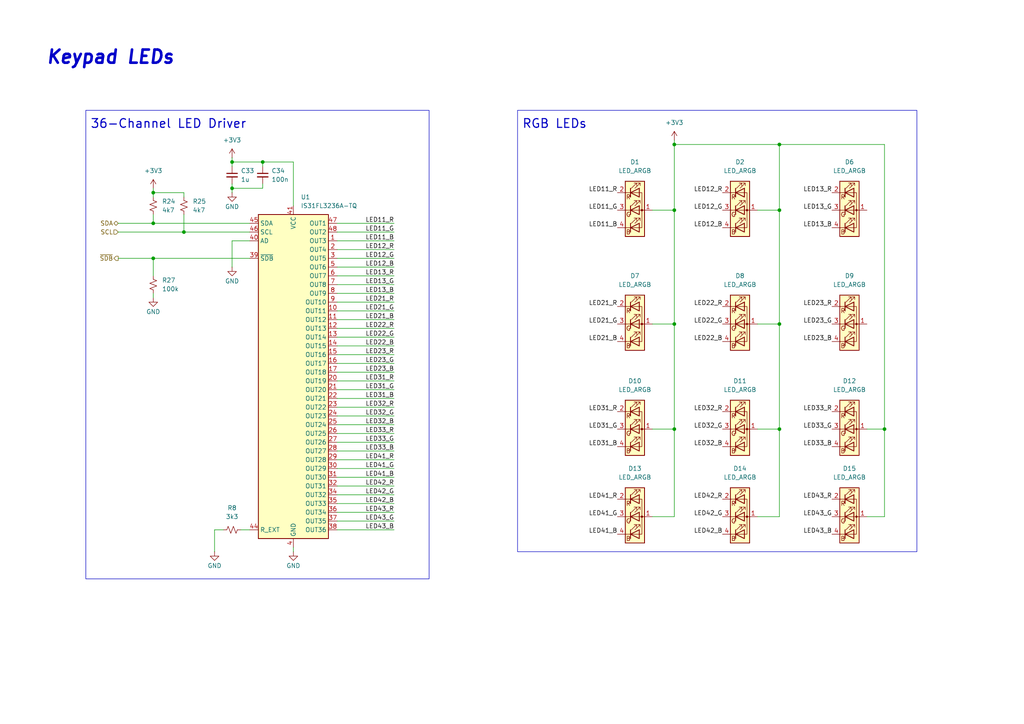
<source format=kicad_sch>
(kicad_sch (version 20250114) (generator "eeschema") (generator_version "9.0")
  (paper "A4")
  (title_block (title "Bluetooth Keypad and USB Hub") (date "2025-12-13") (rev "0") (company "B. Kuhn"))
  (lib_symbols
    (symbol "Device:C_Small" (pin_numbers (hide yes)) (pin_names (offset 0.254) (hide yes))
      (property "Reference" "C" (at 0.254 1.778 0))
      (property "Value" "C_Small" (at 0.254 -2.032 0))
      (symbol "C_Small_0_1"
        (polyline (pts (xy -1.524 0.508) (xy 1.524 0.508)) (stroke (width 0.3048)))
        (polyline (pts (xy -1.524 -0.508) (xy 1.524 -0.508)) (stroke (width 0.3302)))
      )
      (symbol "C_Small_1_1"
        (pin passive line (at 0 2.54 270) (length 2.032) (name "~") (number "1"))
        (pin passive line (at 0 -2.54 90) (length 2.032) (name "~") (number "2"))
      )
    )
    (symbol "Device:LED_ARGB" (pin_names (offset 0) (hide yes))
      (property "Reference" "D" (at 0 9.398 0))
      (property "Value" "LED_ARGB" (at 0 -8.89 0))
      (symbol "LED_ARGB_0_0"
        (text "R" (at -1.905 3.81 0) (effects (font (size 1.27 1.27))))
        (text "G" (at -1.905 -1.27 0) (effects (font (size 1.27 1.27))))
        (text "B" (at -1.905 -6.35 0) (effects (font (size 1.27 1.27))))
      )
      (symbol "LED_ARGB_0_1"
        (polyline (pts (xy -1.27 6.35) (xy -1.27 3.81)) (stroke (width 0.254)))
        (polyline (pts (xy -1.27 6.35) (xy -1.27 3.81) (xy -1.27 3.81)))
        (polyline (pts (xy -1.27 5.08) (xy -2.54 5.08)))
        (polyline (pts (xy -1.27 5.08) (xy 1.27 5.08)))
        (polyline (pts (xy -1.27 1.27) (xy -1.27 -1.27)) (stroke (width 0.254)))
        (polyline (pts (xy -1.27 1.27) (xy -1.27 -1.27) (xy -1.27 -1.27)))
        (polyline (pts (xy -1.27 0) (xy -2.54 0)))
        (polyline (pts (xy -1.27 -3.81) (xy -1.27 -6.35)) (stroke (width 0.254)))
        (polyline (pts (xy -1.27 -5.08) (xy -2.54 -5.08)))
        (polyline (pts (xy -1.27 -5.08) (xy 1.27 -5.08)))
        (polyline (pts (xy -1.016 6.35) (xy 0.508 7.874) (xy -0.254 7.874) (xy 0.508 7.874) (xy 0.508 7.112)))
        (polyline (pts (xy -1.016 1.27) (xy 0.508 2.794) (xy -0.254 2.794) (xy 0.508 2.794) (xy 0.508 2.032)))
        (polyline (pts (xy -1.016 -3.81) (xy 0.508 -2.286) (xy -0.254 -2.286) (xy 0.508 -2.286) (xy 0.508 -3.048)))
        (polyline (pts (xy 0 6.35) (xy 1.524 7.874) (xy 0.762 7.874) (xy 1.524 7.874) (xy 1.524 7.112)))
        (polyline (pts (xy 0 1.27) (xy 1.524 2.794) (xy 0.762 2.794) (xy 1.524 2.794) (xy 1.524 2.032)))
        (polyline (pts (xy 0 -3.81) (xy 1.524 -2.286) (xy 0.762 -2.286) (xy 1.524 -2.286) (xy 1.524 -3.048)))
        (polyline (pts (xy 1.27 6.35) (xy 1.27 3.81) (xy -1.27 5.08) (xy 1.27 6.35)) (stroke (width 0.254)))
        (rectangle (start 1.27 6.35) (end 1.27 6.35))
        (rectangle (start 1.27 3.81) (end 1.27 6.35))
        (polyline (pts (xy 1.27 1.27) (xy 1.27 -1.27) (xy -1.27 0) (xy 1.27 1.27)) (stroke (width 0.254)))
        (rectangle (start 1.27 1.27) (end 1.27 1.27))
        (polyline (pts (xy 1.27 0) (xy -1.27 0)))
        (polyline (pts (xy 1.27 0) (xy 2.54 0)))
        (rectangle (start 1.27 -1.27) (end 1.27 1.27))
        (polyline (pts (xy 1.27 -3.81) (xy 1.27 -6.35) (xy -1.27 -5.08) (xy 1.27 -3.81)) (stroke (width 0.254)))
        (polyline (pts (xy 1.27 -5.08) (xy 2.032 -5.08) (xy 2.032 5.08) (xy 1.27 5.08)))
        (circle (center 2.032 0) (radius 0.254) (fill (type outline)))
        (rectangle (start 2.794 8.382) (end -2.794 -7.62) (stroke (width 0.254)) (fill (type background)))
      )
      (symbol "LED_ARGB_1_1"
        (pin passive line (at -5.08 5.08 0) (length 2.54) (name "RK") (number "2"))
        (pin passive line (at -5.08 0 0) (length 2.54) (name "GK") (number "3"))
        (pin passive line (at -5.08 -5.08 0) (length 2.54) (name "BK") (number "4"))
        (pin passive line (at 5.08 0 180) (length 2.54) (name "A") (number "1"))
      )
    )
    (symbol "Device:R_Small_US" (pin_numbers (hide yes)) (pin_names (offset 0.254) (hide yes))
      (property "Reference" "R" (at 0.762 0.508 0))
      (property "Value" "R_Small_US" (at 0.762 -1.016 0))
      (symbol "R_Small_US_1_1"
        (polyline (pts (xy 0 1.524) (xy 1.016 1.143) (xy 0 0.762) (xy -1.016 0.381) (xy 0 0)))
        (polyline (pts (xy 0 0) (xy 1.016 -0.381) (xy 0 -0.762) (xy -1.016 -1.143) (xy 0 -1.524)))
        (pin passive line (at 0 2.54 270) (length 1.016) (name "~") (number "1"))
        (pin passive line (at 0 -2.54 90) (length 1.016) (name "~") (number "2"))
      )
    )
    (symbol "Driver_LED:IS31FL3236A-TQ"
      (property "Reference" "U" (at -8.89 46.99 0))
      (property "Value" "IS31FL3236A-TQ" (at 10.16 46.99 0))
      (symbol "IS31FL3236A-TQ_0_1"
        (rectangle (start -10.16 45.72) (end 10.16 -48.26) (stroke (width 0.254)) (fill (type background)))
      )
      (symbol "IS31FL3236A-TQ_1_1"
        (pin open_collector line (at -12.7 43.18 0) (length 2.54) (name "SDA") (number "45"))
        (pin input line (at -12.7 40.64 0) (length 2.54) (name "SCL") (number "46"))
        (pin input line (at -12.7 38.1 0) (length 2.54) (name "AD") (number "40"))
        (pin input line (at -12.7 33.02 0) (length 2.54) (name "~{SDB}") (number "39"))
        (pin passive line (at -12.7 -45.72 0) (length 2.54) (name "R_EXT") (number "44"))
        (pin power_in line (at 0 48.26 270) (length 2.54) (name "VCC") (number "41"))
        (pin passive line (at 0 -50.8 90) (length 2.54) (hide yes) (name "GND") (number "18"))
        (pin passive line (at 0 -50.8 90) (length 2.54) (hide yes) (name "GND") (number "19"))
        (pin passive line (at 0 -50.8 90) (length 2.54) (hide yes) (name "GND") (number "33"))
        (pin power_in line (at 0 -50.8 90) (length 2.54) (name "GND") (number "4"))
        (pin passive line (at 0 -50.8 90) (length 2.54) (hide yes) (name "GND") (number "42"))
        (pin passive line (at 0 -50.8 90) (length 2.54) (hide yes) (name "GND") (number "43"))
        (pin passive line (at 0 -50.8 90) (length 2.54) (hide yes) (name "GND") (number "49"))
        (pin output line (at 12.7 43.18 180) (length 2.54) (name "OUT1") (number "47"))
        (pin output line (at 12.7 40.64 180) (length 2.54) (name "OUT2") (number "48"))
        (pin output line (at 12.7 38.1 180) (length 2.54) (name "OUT3") (number "1"))
        (pin output line (at 12.7 35.56 180) (length 2.54) (name "OUT4") (number "2"))
        (pin output line (at 12.7 33.02 180) (length 2.54) (name "OUT5") (number "3"))
        (pin output line (at 12.7 30.48 180) (length 2.54) (name "OUT6") (number "5"))
        (pin output line (at 12.7 27.94 180) (length 2.54) (name "OUT7") (number "6"))
        (pin output line (at 12.7 25.4 180) (length 2.54) (name "OUT8") (number "7"))
        (pin output line (at 12.7 22.86 180) (length 2.54) (name "OUT9") (number "8"))
        (pin output line (at 12.7 20.32 180) (length 2.54) (name "OUT10") (number "9"))
        (pin output line (at 12.7 17.78 180) (length 2.54) (name "OUT11") (number "10"))
        (pin output line (at 12.7 15.24 180) (length 2.54) (name "OUT12") (number "11"))
        (pin output line (at 12.7 12.7 180) (length 2.54) (name "OUT13") (number "12"))
        (pin output line (at 12.7 10.16 180) (length 2.54) (name "OUT14") (number "13"))
        (pin output line (at 12.7 7.62 180) (length 2.54) (name "OUT15") (number "14"))
        (pin output line (at 12.7 5.08 180) (length 2.54) (name "OUT16") (number "15"))
        (pin output line (at 12.7 2.54 180) (length 2.54) (name "OUT17") (number "16"))
        (pin output line (at 12.7 0 180) (length 2.54) (name "OUT18") (number "17"))
        (pin output line (at 12.7 -2.54 180) (length 2.54) (name "OUT19") (number "20"))
        (pin output line (at 12.7 -5.08 180) (length 2.54) (name "OUT20") (number "21"))
        (pin output line (at 12.7 -7.62 180) (length 2.54) (name "OUT21") (number "22"))
        (pin output line (at 12.7 -10.16 180) (length 2.54) (name "OUT22") (number "23"))
        (pin output line (at 12.7 -12.7 180) (length 2.54) (name "OUT23") (number "24"))
        (pin output line (at 12.7 -15.24 180) (length 2.54) (name "OUT24") (number "25"))
        (pin output line (at 12.7 -17.78 180) (length 2.54) (name "OUT25") (number "26"))
        (pin output line (at 12.7 -20.32 180) (length 2.54) (name "OUT26") (number "27"))
        (pin output line (at 12.7 -22.86 180) (length 2.54) (name "OUT27") (number "28"))
        (pin output line (at 12.7 -25.4 180) (length 2.54) (name "OUT28") (number "29"))
        (pin output line (at 12.7 -27.94 180) (length 2.54) (name "OUT29") (number "30"))
        (pin output line (at 12.7 -30.48 180) (length 2.54) (name "OUT30") (number "31"))
        (pin output line (at 12.7 -33.02 180) (length 2.54) (name "OUT31") (number "32"))
        (pin output line (at 12.7 -35.56 180) (length 2.54) (name "OUT32") (number "34"))
        (pin output line (at 12.7 -38.1 180) (length 2.54) (name "OUT33") (number "35"))
        (pin output line (at 12.7 -40.64 180) (length 2.54) (name "OUT34") (number "36"))
        (pin output line (at 12.7 -43.18 180) (length 2.54) (name "OUT35") (number "37"))
        (pin output line (at 12.7 -45.72 180) (length 2.54) (name "OUT36") (number "38"))
      )
    )
    (symbol "power:+3V3" (power) (pin_numbers (hide yes)) (pin_names (offset 0) (hide yes))
      (property "Value" "+3V3" (at 0 3.556 0))
      (symbol "+3V3_0_1"
        (polyline (pts (xy -0.762 1.27) (xy 0 2.54)))
        (polyline (pts (xy 0 2.54) (xy 0.762 1.27)))
        (polyline (pts (xy 0 0) (xy 0 2.54)))
      )
      (symbol "+3V3_1_1"
        (pin power_in line (at 0 0 90) (length 0) (name "~") (number "1"))
      )
    )
    (symbol "power:GND" (power) (pin_numbers (hide yes)) (pin_names (offset 0) (hide yes))
      (property "Value" "GND" (at 0 -3.81 0))
      (symbol "GND_0_1"
        (polyline (pts (xy 0 0) (xy 0 -1.27) (xy 1.27 -1.27) (xy 0 -2.54) (xy -1.27 -1.27) (xy 0 -1.27)))
      )
      (symbol "GND_1_1"
        (pin power_in line (at 0 0 270) (length 0) (name "~") (number "1"))
      )
    )
  )
  (rectangle (start 24.892 32.004) (end 124.46 167.894))
  (rectangle (start 150.114 32.004) (end 265.938 160.02))
  (text "Keypad LEDs" (at 13.208 14.478 0) (effects (font (size 3.81 3.81) (thickness 0.762) (bold yes) (italic yes)) (justify left top)))
  (text "RGB LEDs" (at 151.384 34.544 0) (effects (font (size 2.54 2.54) (thickness 0.3175)) (justify left top)))
  (text "36-Channel LED Driver" (at 26.162 34.544 0) (effects (font (size 2.54 2.54) (thickness 0.3175)) (justify left top)))
  (junction (at 256.54 124.46))
  (junction (at 195.58 60.96))
  (junction (at 67.31 54.61))
  (junction (at 195.58 41.91))
  (junction (at 226.06 60.96))
  (junction (at 44.45 64.77))
  (junction (at 44.45 74.93))
  (junction (at 226.06 93.98))
  (junction (at 76.2 46.99))
  (junction (at 195.58 93.98))
  (junction (at 44.45 55.88))
  (junction (at 226.06 124.46))
  (junction (at 195.58 124.46))
  (junction (at 226.06 41.91))
  (junction (at 67.31 46.99))
  (junction (at 53.34 67.31))
  (wire (pts (xy 226.06 93.98) (xy 226.06 60.96)))
  (wire (pts (xy 97.79 130.81) (xy 114.3 130.81)))
  (wire (pts (xy 226.06 124.46) (xy 226.06 93.98)))
  (wire (pts (xy 44.45 74.93) (xy 72.39 74.93)))
  (wire (pts (xy 97.79 85.09) (xy 114.3 85.09)))
  (wire (pts (xy 97.79 148.59) (xy 114.3 148.59)))
  (wire (pts (xy 44.45 74.93) (xy 44.45 80.01)))
  (wire (pts (xy 44.45 62.23) (xy 44.45 64.77)))
  (wire (pts (xy 53.34 55.88) (xy 53.34 57.15)))
  (wire (pts (xy 97.79 115.57) (xy 114.3 115.57)))
  (wire (pts (xy 97.79 123.19) (xy 114.3 123.19)))
  (wire (pts (xy 97.79 135.89) (xy 114.3 135.89)))
  (wire (pts (xy 76.2 54.61) (xy 67.31 54.61)))
  (wire (pts (xy 219.71 124.46) (xy 226.06 124.46)))
  (wire (pts (xy 189.23 93.98) (xy 195.58 93.98)))
  (wire (pts (xy 85.09 46.99) (xy 76.2 46.99)))
  (wire (pts (xy 256.54 41.91) (xy 256.54 124.46)))
  (wire (pts (xy 34.29 64.77) (xy 44.45 64.77)))
  (wire (pts (xy 44.45 55.88) (xy 44.45 54.61)))
  (wire (pts (xy 97.79 90.17) (xy 114.3 90.17)))
  (wire (pts (xy 97.79 146.05) (xy 114.3 146.05)))
  (wire (pts (xy 67.31 53.34) (xy 67.31 54.61)))
  (wire (pts (xy 189.23 124.46) (xy 195.58 124.46)))
  (wire (pts (xy 97.79 120.65) (xy 114.3 120.65)))
  (wire (pts (xy 97.79 113.03) (xy 114.3 113.03)))
  (wire (pts (xy 85.09 59.69) (xy 85.09 46.99)))
  (wire (pts (xy 34.29 67.31) (xy 53.34 67.31)))
  (wire (pts (xy 69.85 153.67) (xy 72.39 153.67)))
  (wire (pts (xy 195.58 40.64) (xy 195.58 41.91)))
  (wire (pts (xy 67.31 45.72) (xy 67.31 46.99)))
  (wire (pts (xy 67.31 69.85) (xy 67.31 77.47)))
  (wire (pts (xy 97.79 95.25) (xy 114.3 95.25)))
  (wire (pts (xy 97.79 118.11) (xy 114.3 118.11)))
  (wire (pts (xy 189.23 149.86) (xy 195.58 149.86)))
  (wire (pts (xy 97.79 77.47) (xy 114.3 77.47)))
  (wire (pts (xy 97.79 110.49) (xy 114.3 110.49)))
  (wire (pts (xy 256.54 124.46) (xy 256.54 149.86)))
  (wire (pts (xy 97.79 74.93) (xy 114.3 74.93)))
  (wire (pts (xy 97.79 133.35) (xy 114.3 133.35)))
  (wire (pts (xy 97.79 102.87) (xy 114.3 102.87)))
  (wire (pts (xy 97.79 100.33) (xy 114.3 100.33)))
  (wire (pts (xy 97.79 105.41) (xy 114.3 105.41)))
  (wire (pts (xy 97.79 67.31) (xy 114.3 67.31)))
  (wire (pts (xy 97.79 153.67) (xy 114.3 153.67)))
  (wire (pts (xy 97.79 97.79) (xy 114.3 97.79)))
  (wire (pts (xy 97.79 125.73) (xy 114.3 125.73)))
  (wire (pts (xy 251.46 124.46) (xy 256.54 124.46)))
  (wire (pts (xy 97.79 107.95) (xy 114.3 107.95)))
  (wire (pts (xy 44.45 64.77) (xy 72.39 64.77)))
  (wire (pts (xy 195.58 60.96) (xy 195.58 41.91)))
  (wire (pts (xy 226.06 149.86) (xy 226.06 124.46)))
  (wire (pts (xy 97.79 151.13) (xy 114.3 151.13)))
  (wire (pts (xy 97.79 87.63) (xy 114.3 87.63)))
  (wire (pts (xy 76.2 46.99) (xy 67.31 46.99)))
  (wire (pts (xy 85.09 158.75) (xy 85.09 160.02)))
  (wire (pts (xy 62.23 153.67) (xy 64.77 153.67)))
  (wire (pts (xy 219.71 60.96) (xy 226.06 60.96)))
  (wire (pts (xy 226.06 60.96) (xy 226.06 41.91)))
  (wire (pts (xy 189.23 60.96) (xy 195.58 60.96)))
  (wire (pts (xy 97.79 92.71) (xy 114.3 92.71)))
  (wire (pts (xy 34.29 74.93) (xy 44.45 74.93)))
  (wire (pts (xy 97.79 72.39) (xy 114.3 72.39)))
  (wire (pts (xy 256.54 149.86) (xy 251.46 149.86)))
  (wire (pts (xy 195.58 41.91) (xy 226.06 41.91)))
  (wire (pts (xy 67.31 69.85) (xy 72.39 69.85)))
  (wire (pts (xy 195.58 93.98) (xy 195.58 60.96)))
  (wire (pts (xy 62.23 160.02) (xy 62.23 153.67)))
  (wire (pts (xy 76.2 46.99) (xy 76.2 48.26)))
  (wire (pts (xy 44.45 85.09) (xy 44.45 86.36)))
  (wire (pts (xy 97.79 140.97) (xy 114.3 140.97)))
  (wire (pts (xy 53.34 62.23) (xy 53.34 67.31)))
  (wire (pts (xy 53.34 55.88) (xy 44.45 55.88)))
  (wire (pts (xy 97.79 82.55) (xy 114.3 82.55)))
  (wire (pts (xy 226.06 41.91) (xy 256.54 41.91)))
  (wire (pts (xy 97.79 128.27) (xy 114.3 128.27)))
  (wire (pts (xy 97.79 80.01) (xy 114.3 80.01)))
  (wire (pts (xy 97.79 138.43) (xy 114.3 138.43)))
  (wire (pts (xy 67.31 46.99) (xy 67.31 48.26)))
  (wire (pts (xy 97.79 69.85) (xy 114.3 69.85)))
  (wire (pts (xy 76.2 53.34) (xy 76.2 54.61)))
  (wire (pts (xy 195.58 124.46) (xy 195.58 93.98)))
  (wire (pts (xy 44.45 55.88) (xy 44.45 57.15)))
  (wire (pts (xy 67.31 54.61) (xy 67.31 55.88)))
  (wire (pts (xy 97.79 64.77) (xy 114.3 64.77)))
  (wire (pts (xy 195.58 149.86) (xy 195.58 124.46)))
  (wire (pts (xy 219.71 149.86) (xy 226.06 149.86)))
  (wire (pts (xy 53.34 67.31) (xy 72.39 67.31)))
  (wire (pts (xy 97.79 143.51) (xy 114.3 143.51)))
  (wire (pts (xy 219.71 93.98) (xy 226.06 93.98)))
  (label "LED41_R" (at 179.07 144.78 180))
  (label "LED33_G" (at 241.3 124.46 180))
  (label "LED22_B" (at 114.3 100.33 180))
  (label "LED13_G" (at 241.3 60.96 180))
  (label "LED31_G" (at 114.3 113.03 180))
  (label "LED23_G" (at 114.3 105.41 180))
  (label "LED33_R" (at 241.3 119.38 180))
  (label "LED23_B" (at 114.3 107.95 180))
  (label "LED21_G" (at 179.07 93.98 180))
  (label "LED33_B" (at 114.3 130.81 180))
  (label "LED41_B" (at 114.3 138.43 180))
  (label "LED42_R" (at 114.3 140.97 180))
  (label "LED21_B" (at 114.3 92.71 180))
  (label "LED21_R" (at 179.07 88.9 180))
  (label "LED31_B" (at 179.07 129.54 180))
  (label "LED21_B" (at 179.07 99.06 180))
  (label "LED22_G" (at 114.3 97.79 180))
  (label "LED43_G" (at 114.3 151.13 180))
  (label "LED32_G" (at 114.3 120.65 180))
  (label "LED42_G" (at 209.55 149.86 180))
  (label "LED43_R" (at 114.3 148.59 180))
  (label "LED11_G" (at 179.07 60.96 180))
  (label "LED33_R" (at 114.3 125.73 180))
  (label "LED21_G" (at 114.3 90.17 180))
  (label "LED41_B" (at 179.07 154.94 180))
  (label "LED23_R" (at 241.3 88.9 180))
  (label "LED12_R" (at 209.55 55.88 180))
  (label "LED23_G" (at 241.3 93.98 180))
  (label "LED43_B" (at 241.3 154.94 180))
  (label "LED12_G" (at 114.3 74.93 180))
  (label "LED11_G" (at 114.3 67.31 180))
  (label "LED11_R" (at 114.3 64.77 180))
  (label "LED12_R" (at 114.3 72.39 180))
  (label "LED21_R" (at 114.3 87.63 180))
  (label "LED33_B" (at 241.3 129.54 180))
  (label "LED31_R" (at 114.3 110.49 180))
  (label "LED41_R" (at 114.3 133.35 180))
  (label "LED13_G" (at 114.3 82.55 180))
  (label "LED32_G" (at 209.55 124.46 180))
  (label "LED12_B" (at 209.55 66.04 180))
  (label "LED41_G" (at 114.3 135.89 180))
  (label "LED42_R" (at 209.55 144.78 180))
  (label "LED13_R" (at 241.3 55.88 180))
  (label "LED12_B" (at 114.3 77.47 180))
  (label "LED13_B" (at 241.3 66.04 180))
  (label "LED22_B" (at 209.55 99.06 180))
  (label "LED13_R" (at 114.3 80.01 180))
  (label "LED43_B" (at 114.3 153.67 180))
  (label "LED32_R" (at 209.55 119.38 180))
  (label "LED13_B" (at 114.3 85.09 180))
  (label "LED12_G" (at 209.55 60.96 180))
  (label "LED22_R" (at 114.3 95.25 180))
  (label "LED43_R" (at 241.3 144.78 180))
  (label "LED11_B" (at 179.07 66.04 180))
  (label "LED22_R" (at 209.55 88.9 180))
  (label "LED42_B" (at 114.3 146.05 180))
  (label "LED23_R" (at 114.3 102.87 180))
  (label "LED42_G" (at 114.3 143.51 180))
  (label "LED42_B" (at 209.55 154.94 180))
  (label "LED11_R" (at 179.07 55.88 180))
  (label "LED31_R" (at 179.07 119.38 180))
  (label "LED32_B" (at 209.55 129.54 180))
  (label "LED32_B" (at 114.3 123.19 180))
  (label "LED31_G" (at 179.07 124.46 180))
  (label "LED32_R" (at 114.3 118.11 180))
  (label "LED41_G" (at 179.07 149.86 180))
  (label "LED23_B" (at 241.3 99.06 180))
  (label "LED22_G" (at 209.55 93.98 180))
  (label "LED11_B" (at 114.3 69.85 180))
  (label "LED33_G" (at 114.3 128.27 180))
  (label "LED31_B" (at 114.3 115.57 180))
  (label "LED43_G" (at 241.3 149.86 180))
  (hierarchical_label "SCL" (shape input) (at 34.29 67.31 180))
  (hierarchical_label "SDA" (shape bidirectional) (at 34.29 64.77 180))
  (hierarchical_label "~{SDB}" (shape output) (at 34.29 74.93 180))
  (symbol (lib_id "power:+3V3") (at 195.58 40.64 0) (unit 1)
    (property "Reference" "#PWR025" (effects (hide yes)))
    (property "Value" "+3V3" (at 195.58 35.56 0))
    (property "Description" "Power symbol creates a global label with name \"+3V3\"" (effects (hide yes)))
  )
  (symbol (lib_id "power:GND") (at 44.45 86.36 0) (unit 1)
    (property "Reference" "#PWR060" (effects (hide yes)))
    (property "Value" "GND" (at 44.45 90.424 0))
    (property "Description" "Power symbol creates a global label with name \"GND\" , ground" (effects (hide yes)))
  )
  (symbol (lib_id "Device:C_Small") (at 67.31 50.8 0) (unit 1)
    (property "Reference" "C33" (at 69.85 49.5362 0) (effects (justify left)))
    (property "Value" "1u" (at 69.85 52.0762 0) (effects (justify left)))
    (property "Description" "Unpolarized capacitor, small symbol" (effects (hide yes)))
  )
  (symbol (lib_id "Device:LED_ARGB") (at 246.38 149.86 0) (unit 1)
    (property "Reference" "D15" (at 246.38 135.89 0))
    (property "Value" "LED_ARGB" (at 246.38 138.43 0))
    (property "Description" "RGB LED, anode/red/green/blue" (effects (hide yes)))
  )
  (symbol (lib_id "Device:LED_ARGB") (at 184.15 124.46 0) (unit 1)
    (property "Reference" "D10" (at 184.15 110.49 0))
    (property "Value" "LED_ARGB" (at 184.15 113.03 0))
    (property "Description" "RGB LED, anode/red/green/blue" (effects (hide yes)))
  )
  (symbol (lib_id "Device:LED_ARGB") (at 184.15 149.86 0) (unit 1)
    (property "Reference" "D13" (at 184.15 135.89 0))
    (property "Value" "LED_ARGB" (at 184.15 138.43 0))
    (property "Description" "RGB LED, anode/red/green/blue" (effects (hide yes)))
  )
  (symbol (lib_id "Device:LED_ARGB") (at 214.63 149.86 0) (unit 1)
    (property "Reference" "D14" (at 214.63 135.89 0))
    (property "Value" "LED_ARGB" (at 214.63 138.43 0))
    (property "Description" "RGB LED, anode/red/green/blue" (effects (hide yes)))
  )
  (symbol (lib_id "Device:LED_ARGB") (at 214.63 124.46 0) (unit 1)
    (property "Reference" "D11" (at 214.63 110.49 0))
    (property "Value" "LED_ARGB" (at 214.63 113.03 0))
    (property "Description" "RGB LED, anode/red/green/blue" (effects (hide yes)))
  )
  (symbol (lib_id "Driver_LED:IS31FL3236A-TQ") (at 85.09 107.95 0) (unit 1)
    (property "Reference" "U1" (at 87.2333 57.15 0) (effects (justify left)))
    (property "Value" "IS31FL3236A-TQ" (at 87.2333 59.69 0) (effects (justify left)))
    (property "Footprint" "Package_QFP:TQFP-48-1EP_7x7mm_P0.5mm_EP4.11x4.11mm" (effects (hide yes)))
    (property "Datasheet" "https://www.lumissil.com/assets/pdf/core/IS31FL3236A_DS.pdf" (effects (hide yes)))
    (property "Description" "36 LED matrix driver with 8-bit PWM, 3kHz/22kHz, eTQFP-48" (effects (hide yes)))
  )
  (symbol (lib_id "Device:LED_ARGB") (at 184.15 93.98 0) (unit 1)
    (property "Reference" "D7" (at 184.15 80.01 0))
    (property "Value" "LED_ARGB" (at 184.15 82.55 0))
    (property "Description" "RGB LED, anode/red/green/blue" (effects (hide yes)))
  )
  (symbol (lib_id "Device:LED_ARGB") (at 184.15 60.96 0) (unit 1)
    (property "Reference" "D1" (at 184.15 46.99 0))
    (property "Value" "LED_ARGB" (at 184.15 49.53 0))
    (property "Description" "RGB LED, anode/red/green/blue" (effects (hide yes)))
  )
  (symbol (lib_id "Device:R_Small_US") (at 44.45 59.69 0) (unit 1)
    (property "Reference" "R24" (at 46.99 58.4199 0) (effects (justify left)))
    (property "Value" "4k7" (at 46.99 60.9599 0) (effects (justify left)))
    (property "Description" "Resistor, small US symbol" (effects (hide yes)))
  )
  (symbol (lib_id "Device:LED_ARGB") (at 214.63 93.98 0) (unit 1)
    (property "Reference" "D8" (at 214.63 80.01 0))
    (property "Value" "LED_ARGB" (at 214.63 82.55 0))
    (property "Description" "RGB LED, anode/red/green/blue" (effects (hide yes)))
  )
  (symbol (lib_id "power:+3V3") (at 44.45 54.61 0) (unit 1)
    (property "Reference" "#PWR061" (effects (hide yes)))
    (property "Value" "+3V3" (at 44.45 49.53 0))
    (property "Description" "Power symbol creates a global label with name \"+3V3\"" (effects (hide yes)))
  )
  (symbol (lib_id "Device:R_Small_US") (at 67.31 153.67 270) (unit 1)
    (property "Reference" "R8" (at 67.31 147.32 90))
    (property "Value" "3k3" (at 67.31 149.86 90))
    (property "Description" "Resistor, small US symbol" (effects (hide yes)))
  )
  (symbol (lib_id "Device:R_Small_US") (at 44.45 82.55 0) (unit 1)
    (property "Reference" "R27" (at 46.99 81.2799 0) (effects (justify left)))
    (property "Value" "100k" (at 46.99 83.8199 0) (effects (justify left)))
    (property "Description" "Resistor, small US symbol" (effects (hide yes)))
  )
  (symbol (lib_id "power:+3V3") (at 67.31 45.72 0) (unit 1)
    (property "Reference" "#PWR056" (effects (hide yes)))
    (property "Value" "+3V3" (at 67.31 40.64 0))
    (property "Description" "Power symbol creates a global label with name \"+3V3\"" (effects (hide yes)))
  )
  (symbol (lib_id "power:GND") (at 67.31 55.88 0) (unit 1)
    (property "Reference" "#PWR057" (effects (hide yes)))
    (property "Value" "GND" (at 67.31 59.944 0))
    (property "Description" "Power symbol creates a global label with name \"GND\" , ground" (effects (hide yes)))
  )
  (symbol (lib_id "power:GND") (at 62.23 160.02 0) (unit 1)
    (property "Reference" "#PWR024" (effects (hide yes)))
    (property "Value" "GND" (at 62.23 164.084 0))
    (property "Description" "Power symbol creates a global label with name \"GND\" , ground" (effects (hide yes)))
  )
  (symbol (lib_id "Device:C_Small") (at 76.2 50.8 0) (unit 1)
    (property "Reference" "C34" (at 78.74 49.5362 0) (effects (justify left)))
    (property "Value" "100n" (at 78.74 52.0762 0) (effects (justify left)))
    (property "Description" "Unpolarized capacitor, small symbol" (effects (hide yes)))
  )
  (symbol (lib_id "Device:LED_ARGB") (at 246.38 93.98 0) (unit 1)
    (property "Reference" "D9" (at 246.38 80.01 0))
    (property "Value" "LED_ARGB" (at 246.38 82.55 0))
    (property "Description" "RGB LED, anode/red/green/blue" (effects (hide yes)))
  )
  (symbol (lib_id "Device:LED_ARGB") (at 246.38 60.96 0) (unit 1)
    (property "Reference" "D6" (at 246.38 46.99 0))
    (property "Value" "LED_ARGB" (at 246.38 49.53 0))
    (property "Description" "RGB LED, anode/red/green/blue" (effects (hide yes)))
  )
  (symbol (lib_id "power:GND") (at 85.09 160.02 0) (unit 1)
    (property "Reference" "#PWR023" (effects (hide yes)))
    (property "Value" "GND" (at 85.09 164.084 0))
    (property "Description" "Power symbol creates a global label with name \"GND\" , ground" (effects (hide yes)))
  )
  (symbol (lib_id "Device:LED_ARGB") (at 214.63 60.96 0) (unit 1)
    (property "Reference" "D2" (at 214.63 46.99 0))
    (property "Value" "LED_ARGB" (at 214.63 49.53 0))
    (property "Description" "RGB LED, anode/red/green/blue" (effects (hide yes)))
  )
  (symbol (lib_id "power:GND") (at 67.31 77.47 0) (unit 1)
    (property "Reference" "#PWR058" (effects (hide yes)))
    (property "Value" "GND" (at 67.31 81.534 0))
    (property "Description" "Power symbol creates a global label with name \"GND\" , ground" (effects (hide yes)))
  )
  (symbol (lib_id "Device:LED_ARGB") (at 246.38 124.46 0) (unit 1)
    (property "Reference" "D12" (at 246.38 110.49 0))
    (property "Value" "LED_ARGB" (at 246.38 113.03 0))
    (property "Description" "RGB LED, anode/red/green/blue" (effects (hide yes)))
  )
  (symbol (lib_id "Device:R_Small_US") (at 53.34 59.69 0) (unit 1)
    (property "Reference" "R25" (at 55.88 58.4199 0) (effects (justify left)))
    (property "Value" "4k7" (at 55.88 60.9599 0) (effects (justify left)))
    (property "Description" "Resistor, small US symbol" (effects (hide yes)))
  )
)
</source>
